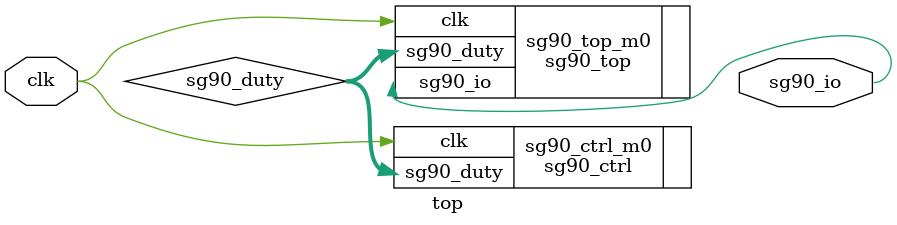
<source format=sv>
module top (
    input           clk,

    output         sg90_io
);
parameter       CLK_FRE = 50;//FPGA 时钟频率 50MHz
// 角度占空比 范围 0~100%

//SG90 占空比控制
wire [7:0]     sg90_duty;
sg90_ctrl#(
    .CLK_FRE    (CLK_FRE    )
) sg90_ctrl_m0(
    .clk        (clk        ),

    .sg90_duty  (sg90_duty  )
);

//SG90 PWM信号生成
sg90_top#(
    .CLK_FRE    (CLK_FRE    )
) sg90_top_m0(
    .clk        (clk        ),
    .sg90_duty  (sg90_duty  ),

    .sg90_io    (sg90_io    )
);
endmodule
</source>
